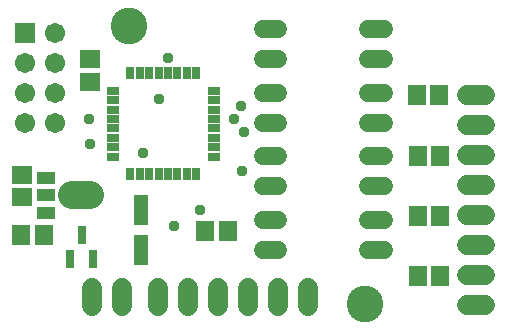
<source format=gbr>
G04 EAGLE Gerber X2 export*
G75*
%MOMM*%
%FSLAX34Y34*%
%LPD*%
%AMOC8*
5,1,8,0,0,1.08239X$1,22.5*%
G01*
%ADD10C,3.103200*%
%ADD11R,1.503200X1.703200*%
%ADD12R,1.703200X1.503200*%
%ADD13C,2.403200*%
%ADD14R,1.575000X1.050000*%
%ADD15C,1.524000*%
%ADD16R,1.711200X1.711200*%
%ADD17C,1.711200*%
%ADD18C,1.727200*%
%ADD19R,0.743200X1.053200*%
%ADD20R,1.053200X0.743200*%
%ADD21R,0.762000X1.524000*%
%ADD22R,1.203200X2.503200*%
%ADD23C,0.959600*%


D10*
X120000Y262500D03*
X320000Y27500D03*
D11*
X47700Y85700D03*
X28700Y85700D03*
D12*
X29500Y136700D03*
X29500Y117700D03*
D13*
X71700Y119400D02*
X86700Y119400D01*
D14*
X49925Y134400D03*
X49925Y104400D03*
X49925Y119400D03*
D15*
X233092Y98600D02*
X246300Y98600D01*
X246300Y73200D02*
X233092Y73200D01*
X322500Y73200D02*
X335708Y73200D01*
X335708Y98600D02*
X322500Y98600D01*
X246300Y152500D02*
X233092Y152500D01*
X233092Y127100D02*
X246300Y127100D01*
X322500Y127100D02*
X335708Y127100D01*
X335708Y152500D02*
X322500Y152500D01*
X246300Y206400D02*
X233092Y206400D01*
X233092Y181000D02*
X246300Y181000D01*
X322500Y181000D02*
X335708Y181000D01*
X335708Y206400D02*
X322500Y206400D01*
X246300Y260300D02*
X233092Y260300D01*
X233092Y234900D02*
X246300Y234900D01*
X322500Y234900D02*
X335708Y234900D01*
X335708Y260300D02*
X322500Y260300D01*
D16*
X32200Y256900D03*
D17*
X57600Y180700D03*
X57600Y206100D03*
X57600Y231500D03*
X57600Y256900D03*
X32200Y231500D03*
X32200Y206100D03*
X32200Y180700D03*
D18*
X144400Y40520D02*
X144400Y25280D01*
X169800Y25280D02*
X169800Y40520D01*
X195200Y40520D02*
X195200Y25280D01*
X220600Y25280D02*
X220600Y40520D01*
X246000Y40520D02*
X246000Y25280D01*
X271400Y25280D02*
X271400Y40520D01*
D19*
X177000Y222750D03*
X169000Y222750D03*
X161000Y222750D03*
X153000Y222750D03*
X145000Y222750D03*
X137100Y222750D03*
X129100Y222750D03*
X121100Y222750D03*
D20*
X106250Y208000D03*
X106250Y200000D03*
X106250Y192000D03*
X106250Y184000D03*
X106250Y176000D03*
X106250Y168000D03*
X106250Y160000D03*
X106250Y152000D03*
D19*
X121000Y137250D03*
X129000Y137250D03*
X137000Y137250D03*
X145000Y137250D03*
X153000Y137250D03*
X161000Y137250D03*
X169000Y137250D03*
X177000Y137250D03*
D20*
X191750Y152000D03*
X191750Y160000D03*
X191750Y168000D03*
X191750Y176000D03*
X191750Y184000D03*
X191750Y192000D03*
X191750Y200000D03*
X191750Y208000D03*
D12*
X87000Y234500D03*
X87000Y215500D03*
D11*
X364500Y51000D03*
X383500Y51000D03*
X364500Y102000D03*
X383500Y102000D03*
X364500Y153000D03*
X383500Y153000D03*
X363500Y204000D03*
X382500Y204000D03*
D18*
X406380Y26100D02*
X421620Y26100D01*
X421620Y51500D02*
X406380Y51500D01*
X406380Y76900D02*
X421620Y76900D01*
X421620Y102300D02*
X406380Y102300D01*
X406380Y127700D02*
X421620Y127700D01*
X421620Y153100D02*
X406380Y153100D01*
X406380Y178500D02*
X421620Y178500D01*
X421620Y203900D02*
X406380Y203900D01*
X88300Y40620D02*
X88300Y25380D01*
X113700Y25380D02*
X113700Y40620D01*
D21*
X70348Y65840D03*
X89652Y65840D03*
X80000Y86160D03*
D11*
X184500Y89000D03*
X203500Y89000D03*
D22*
X130000Y73000D03*
X130000Y107250D03*
D23*
X145000Y201000D03*
X87000Y163000D03*
X86000Y184000D03*
X132000Y155000D03*
X216000Y140000D03*
X217000Y173000D03*
X209000Y184000D03*
X215000Y195000D03*
X180000Y107000D03*
X158000Y93000D03*
X153000Y236000D03*
M02*

</source>
